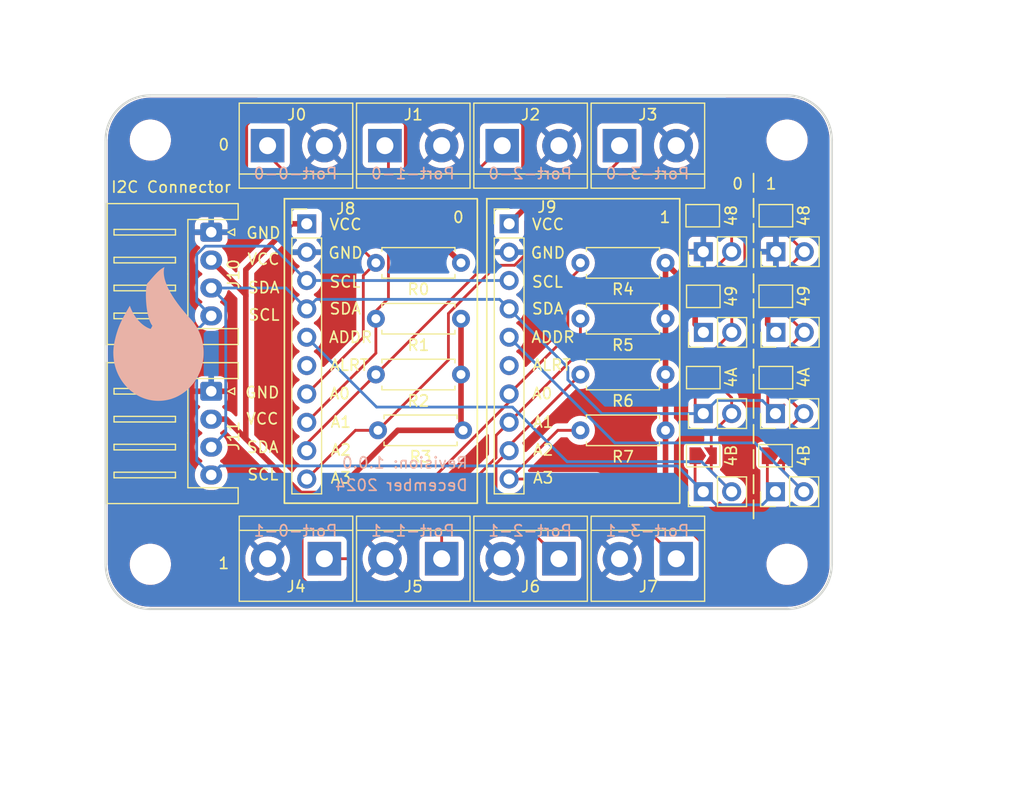
<source format=kicad_pcb>
(kicad_pcb (version 20240108) (generator "pcbnew") (generator_version "8.0")
  (layers (0 "F.Cu" signal) (31 "B.Cu" signal) (34 "B.Paste" user) (35 "F.Paste" user) (36 "B.SilkS" user "B.Silkscreen") (37 "F.SilkS" user "F.Silkscreen") (38 "B.Mask" user) (39 "F.Mask" user) (44 "Edge.Cuts" user))
  (net 0 "")
  (net 1 "A0-0")
  (net 2 "GND")
  (net 3 "A1-0")
  (net 4 "A2-0")
  (net 5 "A3-0")
  (net 6 "VCC")
  (net 7 "SDA")
  (net 8 "SCL")
  (net 9 "A0-1")
  (net 10 "A1-1")
  (net 11 "A2-1")
  (net 12 "A3-1")
  (net 13 "ALERT-0")
  (net 14 "ADDR-0")
  (net 15 "ADDR-1")
  (net 16 "ALERT-1")
  (footprint "TerminalBlock:TerminalBlock_bornier-2_P5.08mm" (layer "F.Cu") (at 60.08 71.5 180)
    (property "Reference" "J5")
    (property "Value" "Port-1-1")
  )
  (footprint "Jumper:SolderJumper-2_P1.3mm_Open_TrianglePad1.0x1.5mm" (layer "F.Cu") (at 89.99 47.991729)
    (property "Reference" "JP13" (hide yes))
    (property "Value" "49" (hide yes))
  )
  (footprint "MountingHole:MountingHole_3.2mm_M3" (layer "F.Cu") (at 91 72)
    (property "Reference" "H3" (hide yes))
    (property "Value" "MountingHole" (hide yes))
  )
  (footprint "TerminalBlock:TerminalBlock_bornier-2_P5.08mm" (layer "F.Cu") (at 49.58 71.5 180)
    (property "Reference" "J4")
    (property "Value" "Port-0-1")
  )
  (footprint "Connector_JST:JST_XH_S4B-XH-A_1x04_P2.50mm_Horizontal" (layer "F.Cu") (at 39.45 42.25 -90)
    (property "Reference" "J10")
    (property "Value" "I2C Connector")
  )
  (footprint "Connector_PinHeader_2.54mm:PinHeader_1x10_P2.54mm_Vertical" (layer "F.Cu") (at 48 41.5)
    (property "Reference" "J8")
    (property "Value" "ADC1115 Module" (hide yes))
  )
  (footprint "Resistor_THT:R_Axial_DIN0207_L6.3mm_D2.5mm_P7.62mm_Horizontal" (layer "F.Cu") (at 61.81 45 180)
    (property "Reference" "R0")
    (property "Value" "1k/10k" (hide yes))
  )
  (footprint "TerminalBlock:TerminalBlock_bornier-2_P5.08mm" (layer "F.Cu") (at 76 34.5)
    (property "Reference" "J3")
    (property "Value" "Port-3-0")
  )
  (footprint "Jumper:SolderJumper-2_P1.3mm_Open_TrianglePad1.0x1.5mm" (layer "F.Cu") (at 83.45 40.775)
    (property "Reference" "JP8" (hide yes))
    (property "Value" "48" (hide yes))
  )
  (footprint "TerminalBlock:TerminalBlock_bornier-2_P5.08mm" (layer "F.Cu") (at 44.496 34.5)
    (property "Reference" "J0")
    (property "Value" "Port-0-0")
  )
  (footprint "Connector_PinHeader_2.54mm:PinHeader_1x02_P2.54mm_Vertical" (layer "F.Cu") (at 89.96 65.5 90)
    (property "Reference" "JP7" (hide yes))
    (property "Value" "4B")
  )
  (footprint "Connector_PinHeader_2.54mm:PinHeader_1x02_P2.54mm_Vertical" (layer "F.Cu") (at 83.51 51.225 90)
    (property "Reference" "JP1" (hide yes))
    (property "Value" "49")
  )
  (footprint "Connector_PinHeader_2.54mm:PinHeader_1x02_P2.54mm_Vertical" (layer "F.Cu") (at 89.96 58.5 90)
    (property "Reference" "JP6" (hide yes))
    (property "Value" "4A")
  )
  (footprint "MountingHole:MountingHole_3.2mm_M3" (layer "F.Cu") (at 34 34)
    (property "Reference" "H0" (hide yes))
    (property "Value" "MountingHole" (hide yes))
  )
  (footprint "Connector_PinHeader_2.54mm:PinHeader_1x02_P2.54mm_Vertical" (layer "F.Cu") (at 90 51.216729 90)
    (property "Reference" "JP5" (hide yes))
    (property "Value" "49")
  )
  (footprint "MountingHole:MountingHole_3.2mm_M3" (layer "F.Cu") (at 34 72)
    (property "Reference" "H2" (hide yes))
    (property "Value" "MountingHole" (hide yes))
  )
  (footprint "Jumper:SolderJumper-2_P1.3mm_Open_TrianglePad1.0x1.5mm" (layer "F.Cu") (at 83.5 55.275)
    (property "Reference" "JP10" (hide yes))
    (property "Value" "4A")
  )
  (footprint "Connector_PinHeader_2.54mm:PinHeader_1x02_P2.54mm_Vertical" (layer "F.Cu") (at 83.5 65.5 90)
    (property "Reference" "JP3" (hide yes))
    (property "Value" "4B")
  )
  (footprint "Resistor_THT:R_Axial_DIN0207_L6.3mm_D2.5mm_P7.62mm_Horizontal" (layer "F.Cu") (at 80.12 55 180)
    (property "Reference" "R6")
    (property "Value" "1k/10k" (hide yes))
  )
  (footprint "Connector_PinHeader_2.54mm:PinHeader_1x10_P2.54mm_Vertical" (layer "F.Cu") (at 66.119964 41.5)
    (property "Reference" "J9")
    (property "Value" "ADC1115 Module")
  )
  (footprint "Jumper:SolderJumper-2_P1.3mm_Open_TrianglePad1.0x1.5mm" (layer "F.Cu") (at 83.5 48)
    (property "Reference" "JP9" (hide yes))
    (property "Value" "49" (hide yes))
  )
  (footprint "TerminalBlock:TerminalBlock_bornier-2_P5.08mm" (layer "F.Cu") (at 81.08 71.5 180)
    (property "Reference" "J7")
    (property "Value" "Port-3-1")
  )
  (footprint "TerminalBlock:TerminalBlock_bornier-2_P5.08mm" (layer "F.Cu") (at 65.5 34.5)
    (property "Reference" "J2")
    (property "Value" "Port-2-0")
  )
  (footprint "Jumper:SolderJumper-2_P1.3mm_Open_TrianglePad1.0x1.5mm" (layer "F.Cu") (at 83.49 62.275)
    (property "Reference" "JP11" (hide yes))
    (property "Value" "4B" (hide yes))
  )
  (footprint "Jumper:SolderJumper-2_P1.3mm_Open_TrianglePad1.0x1.5mm" (layer "F.Cu") (at 90 55.275)
    (property "Reference" "JP14" (hide yes))
    (property "Value" "4A" (hide yes))
  )
  (footprint "Resistor_THT:R_Axial_DIN0207_L6.3mm_D2.5mm_P7.62mm_Horizontal" (layer "F.Cu") (at 61.81 55 180)
    (property "Reference" "R2")
    (property "Value" "1k/10k" (hide yes))
  )
  (footprint "Connector_PinHeader_2.54mm:PinHeader_1x02_P2.54mm_Vertical" (layer "F.Cu") (at 83.5 58.5 90)
    (property "Reference" "JP2" (hide yes))
    (property "Value" "4A" (hide yes))
  )
  (footprint "Connector_JST:JST_XH_S4B-XH-A_1x04_P2.50mm_Horizontal" (layer "F.Cu") (at 39.45 56.5 -90)
    (property "Reference" "J11")
    (property "Value" "I2C Connector" (hide yes))
  )
  (footprint "Jumper:SolderJumper-2_P1.3mm_Open_TrianglePad1.0x1.5mm" (layer "F.Cu") (at 90 40.775)
    (property "Reference" "JP12" (hide yes))
    (property "Value" "48" (hide yes))
  )
  (footprint "Resistor_THT:R_Axial_DIN0207_L6.3mm_D2.5mm_P7.62mm_Horizontal" (layer "F.Cu") (at 80.12 60 180)
    (property "Reference" "R7")
    (property "Value" "1k/10k" (hide yes))
  )
  (footprint "Resistor_THT:R_Axial_DIN0207_L6.3mm_D2.5mm_P7.62mm_Horizontal" (layer "F.Cu") (at 61.81 50 180)
    (property "Reference" "R1")
    (property "Value" "1k/10k" (hide yes))
  )
  (footprint "Connector_PinHeader_2.54mm:PinHeader_1x02_P2.54mm_Vertical" (layer "F.Cu") (at 90 44 90)
    (property "Reference" "JP4" (hide yes))
    (property "Value" "48")
  )
  (footprint "Resistor_THT:R_Axial_DIN0207_L6.3mm_D2.5mm_P7.62mm_Horizontal" (layer "F.Cu") (at 80.12 45 180)
    (property "Reference" "R4")
    (property "Value" "1k/10k" (hide yes))
  )
  (footprint "MountingHole:MountingHole_3.2mm_M3" (layer "F.Cu") (at 91 34)
    (property "Reference" "H1" (hide yes))
    (property "Value" "MountingHole" (hide yes))
  )
  (footprint "Connector_PinHeader_2.54mm:PinHeader_1x02_P2.54mm_Vertical" (layer "F.Cu") (at 83.5 44 90)
    (property "Reference" "JP0" (hide yes))
    (property "Value" "48")
  )
  (footprint "TerminalBlock:TerminalBlock_bornier-2_P5.08mm" (layer "F.Cu") (at 55 34.5)
    (property "Reference" "J1")
    (property "Value" "Port-1-0")
  )
  (footprint "TerminalBlock:TerminalBlock_bornier-2_P5.08mm" (layer "F.Cu") (at 70.58 71.5 180)
    (property "Reference" "J6")
    (property "Value" "Port-2-1")
  )
  (footprint "Resistor_THT:R_Axial_DIN0207_L6.3mm_D2.5mm_P7.62mm_Horizontal" (layer "F.Cu") (at 62 60 180)
    (property "Reference" "R3")
    (property "Value" "1k/10k" (hide yes))
  )
  (footprint "Resistor_THT:R_Axial_DIN0207_L6.3mm_D2.5mm_P7.62mm_Horizontal" (layer "F.Cu") (at 80.12 50 180)
    (property "Reference" "R5")
    (property "Value" "1k/10k" (hide yes))
  )
  (footprint "Jumper:SolderJumper-2_P1.3mm_Open_TrianglePad1.0x1.5mm" (layer "F.Cu") (at 89.96 62.275)
    (property "Reference" "JP15" (hide yes))
    (property "Value" "4B" (hide yes))
  )
  (gr_poly (pts (xy 35.210849 45.399839) (xy 35.159339 45.426975) (xy 35.057849 45.487546) (xy 34.958185 45.555955) (xy 34.860091 45.631538) (xy 34.76331 45.713627) (xy 34.667587 45.801556) (xy 34.572665 45.894657) (xy 34.478288 45.992264) (xy 34.384199 46.09371) (xy 34.290142 46.198328) (xy 34.101097 46.414414) (xy 33.909104 46.635187) (xy 33.712112 46.855314) (xy 33.673407 46.985719) (xy 33.642644 47.15873) (xy 33.62017 47.368337) (xy 33.606328 47.608532) (xy 33.601464 47.873306) (xy 33.605923 48.15665) (xy 33.620049 48.452555) (xy 33.644188 48.755013) (xy 33.678683 49.058014) (xy 33.72388 49.355551) (xy 33.780124 49.641613) (xy 33.84776 49.910193) (xy 33.927132 50.155282) (xy 34.018585 50.37087) (xy 34.06895 50.465724) (xy 34.122464 50.55095) (xy 34.179171 50.625796) (xy 34.239114 50.689512) (xy 34.288553 50.740397) (xy 34.32381 50.786165) (xy 34.345567 50.826624) (xy 34.354504 50.861585) (xy 34.3513 50.890856) (xy 34.336638 50.914249) (xy 34.311197 50.931571) (xy 34.275657 50.942634) (xy 34.2307 50.947246) (xy 34.177005 50.945218) (xy 34.115254 50.936359) (xy 34.046126 50.920478) (xy 33.970303 50.897386) (xy 33.888464 50.866892) (xy 33.801291 50.828806) (xy 33.709463 50.782938) (xy 33.613661 50.729096) (xy 33.514566 50.667092) (xy 33.412858 50.596733) (xy 33.309218 50.517831) (xy 33.204326 50.430195) (xy 33.098863 50.333635) (xy 32.993508 50.227959) (xy 32.888944 50.112979) (xy 32.785849 49.988503) (xy 32.684905 49.854341) (xy 32.586792 49.710303) (xy 32.492191 49.556199) (xy 32.401782 49.391838) (xy 32.316245 49.21703) (xy 32.236262 49.031585) (xy 32.162512 48.835312) (xy 31.847443 49.381601) (xy 31.698667 49.647437) (xy 31.557162 49.911313) (xy 31.424 50.175415) (xy 31.300256 50.441925) (xy 31.24225 50.576767) (xy 31.187002 50.71303) (xy 31.134644 50.850987) (xy 31.085312 50.990912) (xy 30.994909 51.270898) (xy 30.915101 51.546372) (xy 30.846335 51.816385) (xy 30.789064 52.079988) (xy 30.743736 52.336231) (xy 30.710801 52.584166) (xy 30.699123 52.704721) (xy 30.690711 52.822843) (xy 30.685623 52.938413) (xy 30.683914 53.051313) (xy 30.689177 53.273054) (xy 30.704795 53.491884) (xy 30.730516 53.707532) (xy 30.766084 53.919728) (xy 30.811246 54.128201) (xy 30.865747 54.332679) (xy 30.929334 54.532894) (xy 31.001751 54.728572) (xy 31.082746 54.919445) (xy 31.172063 55.10524) (xy 31.269449 55.285688) (xy 31.37465 55.460518) (xy 31.487411 55.629458) (xy 31.607478 55.792239) (xy 31.734597 55.948589) (xy 31.868514 56.098238) (xy 32.008975 56.240914) (xy 32.155725 56.376348) (xy 32.308511 56.504268) (xy 32.467078 56.624404) (xy 32.631172 56.736485) (xy 32.80054 56.84024) (xy 32.974926 56.935399) (xy 33.154077 57.021691) (xy 33.337738 57.098844) (xy 33.525656 57.166589) (xy 33.717576 57.224654) (xy 33.913244 57.272769) (xy 34.112406 57.310663) (xy 34.314808 57.338066) (xy 34.520195 57.354706) (xy 34.728314 57.360312) (xy 34.936433 57.354706) (xy 35.14182 57.338066) (xy 35.344222 57.310663) (xy 35.543384 57.272769) (xy 35.739052 57.224654) (xy 35.930972 57.166589) (xy 36.11889 57.098844) (xy 36.302551 57.021691) (xy 36.481702 56.935399) (xy 36.656088 56.84024) (xy 36.825455 56.736485) (xy 36.989549 56.624404) (xy 37.148116 56.504268) (xy 37.300902 56.376348) (xy 37.447652 56.240914) (xy 37.588113 56.098238) (xy 37.72203 55.948589) (xy 37.849149 55.792239) (xy 37.969216 55.629458) (xy 38.081977 55.460518) (xy 38.187177 55.285688) (xy 38.284563 55.10524) (xy 38.373881 54.919445) (xy 38.454875 54.728572) (xy 38.527293 54.532894) (xy 38.590879 54.332679) (xy 38.64538 54.128201) (xy 38.690542 53.919728) (xy 38.72611 53.707532) (xy 38.751831 53.491884) (xy 38.76745 53.273054) (xy 38.772712 53.051313) (xy 38.767449 52.82959) (xy 38.751827 52.610777) (xy 38.726102 52.395144) (xy 38.690528 52.182963) (xy 38.64536 51.974503) (xy 38.590853 51.770036) (xy 38.52726 51.569833) (xy 38.454838 51.374163) (xy 38.373839 51.183298) (xy 38.284519 50.997509) (xy 38.187133 50.817065) (xy 38.081935 50.642239) (xy 37.969179 50.4733) (xy 37.84912 50.310519) (xy 37.722014 50.154167) (xy 37.588113 50.004514) (xy 37.26032 49.644181) (xy 36.855126 49.166389) (xy 36.637256 48.89205) (xy 36.416538 48.598671) (xy 36.198474 48.289695) (xy 35.988563 47.968563) (xy 35.792307 47.638717) (xy 35.615207 47.303599) (xy 35.535559 47.135138) (xy 35.462762 46.96665) (xy 35.397505 46.798565) (xy 35.340475 46.631313) (xy 35.292359 46.465324) (xy 35.253846 46.301028) (xy 35.225622 46.138857) (xy 35.208375 45.979239) (xy 35.202793 45.822605) (xy 35.209563 45.669386) (xy 35.229374 45.520012) (xy 35.262912 45.374912)) (fill solid) (layer "B.SilkS"))
  (gr_poly (pts (xy 34.371517 49.654454) (xy 34.385694 49.750545) (xy 34.390538 49.849108) (xy 34.38654 49.949867) (xy 34.374192 50.052545) (xy 34.353987 50.156865) (xy 34.326416 50.262551) (xy 34.291971 50.369325) (xy 34.251146 50.476912) (xy 34.204432 50.585034) (xy 34.15232 50.693414) (xy 34.095305 50.801777) (xy 33.968527 51.017341) (xy 33.828037 51.229513) (xy 33.677771 51.436078) (xy 33.521666 51.634824) (xy 33.363661 51.823535) (xy 33.20769 52) (xy 33.057693 52.162003) (xy 32.917607 52.307332) (xy 32.682913 52.539112) (xy 32.58707 52.635341) (xy 32.496087 52.735885) (xy 32.410148 52.84057) (xy 32.329434 52.949221) (xy 32.254129 53.061664) (xy 32.184414 53.177722) (xy 32.120473 53.297221) (xy 32.062487 53.419987) (xy 32.01064 53.545844) (xy 31.965113 53.674618) (xy 31.92609 53.806133) (xy 31.893753 53.940215) (xy 31.868284 54.076689) (xy 31.849865 54.21538) (xy 31.838681 54.356113) (xy 31.834912 54.498713) (xy 31.838679 54.641347) (xy 31.849859 54.782107) (xy 31.86827 54.920821) (xy 31.893731 55.057312) (xy 31.926059 55.191408) (xy 31.965072 55.322935) (xy 32.010589 55.451717) (xy 32.062428 55.577582) (xy 32.120406 55.700355) (xy 32.184342 55.819861) (xy 32.254054 55.935928) (xy 32.32936 56.04838) (xy 32.410078 56.157043) (xy 32.496027 56.261745) (xy 32.587024 56.362309) (xy 32.682887 56.458563) (xy 32.783435 56.550333) (xy 32.888486 56.637443) (xy 32.997857 56.71972) (xy 33.111368 56.796991) (xy 33.228835 56.86908) (xy 33.350078 56.935814) (xy 33.474913 56.997018) (xy 33.60316 57.052519) (xy 33.734636 57.102143) (xy 33.86916 57.145715) (xy 34.00655 57.183061) (xy 34.146623 57.214008) (xy 34.289198 57.23838) (xy 34.434093 57.256004) (xy 34.581125 57.266707) (xy 34.730114 57.270313) (xy 34.879085 57.266707) (xy 35.0261 57.256004) (xy 35.170979 57.23838) (xy 35.313539 57.214008) (xy 35.453598 57.183061) (xy 35.590974 57.145715) (xy 35.725486 57.102143) (xy 35.856951 57.052519) (xy 35.985187 56.997018) (xy 36.110013 56.935814) (xy 36.231247 56.86908) (xy 36.348707 56.796991) (xy 36.46221 56.71972) (xy 36.571575 56.637443) (xy 36.67662 56.550333) (xy 36.777163 56.458563) (xy 36.873022 56.362309) (xy 36.964015 56.261745) (xy 37.04996 56.157043) (xy 37.130675 56.04838) (xy 37.205979 55.935928) (xy 37.275689 55.819861) (xy 37.339623 55.700355) (xy 37.3976 55.577582) (xy 37.449438 55.451717) (xy 37.494954 55.322935) (xy 37.533966 55.191408) (xy 37.566294 55.057312) (xy 37.591754 54.920821) (xy 37.610165 54.782107) (xy 37.621346 54.641347) (xy 37.625113 54.498713) (xy 37.623891 54.426093) (xy 37.620253 54.351758) (xy 37.614239 54.275784) (xy 37.605888 54.198248) (xy 37.595239 54.119224) (xy 37.582334 54.038789) (xy 37.567212 53.957019) (xy 37.549912 53.873989) (xy 37.50894 53.704454) (xy 37.459737 53.530792) (xy 37.402621 53.35361) (xy 37.337912 53.173514) (xy 37.302596 53.083496) (xy 37.265113 52.99475) (xy 37.225558 52.907099) (xy 37.184029 52.820367) (xy 37.140621 52.734376) (xy 37.09543 52.64895) (xy 37.000089 52.479088) (xy 36.898775 52.309367) (xy 36.792261 52.138373) (xy 36.566714 51.786915) (xy 36.513938 51.91316) (xy 36.456699 52.032442) (xy 36.395482 52.144883) (xy 36.330776 52.250604) (xy 36.263068 52.349728) (xy 36.192844 52.442378) (xy 36.120593 52.528676) (xy 36.046801 52.608745) (xy 35.971955 52.682706) (xy 35.896543 52.750683) (xy 35.821052 52.812797) (xy 35.745969 52.86917) (xy 35.671782 52.919927) (xy 35.598977 52.965188) (xy 35.528042 53.005076) (xy 35.459463 53.039713) (xy 35.393729 53.069223) (xy 35.331326 53.093727) (xy 35.272742 53.113347) (xy 35.218463 53.128206) (xy 35.168978 53.138427) (xy 35.124772 53.144132) (xy 35.086334 53.145443) (xy 35.054151 53.142482) (xy 35.028709 53.135372) (xy 35.010497 53.124236) (xy 35 53.109195) (xy 34.997707 53.090373) (xy 35.004105 53.067891) (xy 35.01968 53.041872) (xy 35.04492 53.012438) (xy 35.080313 52.979712) (xy 35.123225 52.938716) (xy 35.16382 52.890563) (xy 35.202128 52.835734) (xy 35.23818 52.774714) (xy 35.272008 52.707986) (xy 35.303642 52.636031) (xy 35.360453 52.478378) (xy 35.408861 52.305618) (xy 35.449112 52.121615) (xy 35.481455 51.930233) (xy 35.506138 51.735337) (xy 35.523407 51.54079) (xy 35.53351 51.350456) (xy 35.536695 51.168199) (xy 35.53321 50.997884) (xy 35.523301 50.843373) (xy 35.507217 50.708532) (xy 35.485205 50.597224) (xy 35.457513 50.513312) (xy 35.316475 50.371778) (xy 35.179029 50.229812) (xy 35.043707 50.090846) (xy 34.976383 50.023561) (xy 34.909038 49.958312) (xy 34.84149 49.895529) (xy 34.773554 49.83564) (xy 34.705047 49.779075) (xy 34.635785 49.726262) (xy 34.565584 49.67763) (xy 34.494261 49.633609) (xy 34.421632 49.594626) (xy 34.38477 49.577159) (xy 34.347513 49.561112)) (fill solid) (layer "B.SilkS"))
  (gr_poly (pts (xy 34.484448 54.892842) (xy 34.264717 54.909065) (xy 34.052635 54.935446) (xy 33.849314 54.971447) (xy 33.655866 55.01653) (xy 33.473404 55.070156) (xy 33.30304 55.131787) (xy 33.145886 55.200886) (xy 33.003055 55.276913) (xy 32.875659 55.359332) (xy 32.764811 55.447603) (xy 32.671622 55.541188) (xy 32.631998 55.589806) (xy 32.597206 55.63955) (xy 32.567385 55.690354) (xy 32.542674 55.742151) (xy 32.523213 55.794872) (xy 32.509139 55.848451) (xy 32.500594 55.902821) (xy 32.497714 55.957914) (xy 32.500594 56.013007) (xy 32.509139 56.067376) (xy 32.523213 56.120955) (xy 32.542674 56.173677) (xy 32.567385 56.225473) (xy 32.597206 56.276277) (xy 32.631998 56.326021) (xy 32.671622 56.374639) (xy 32.71594 56.422062) (xy 32.764811 56.468225) (xy 32.818097 56.513058) (xy 32.875659 56.556496) (xy 32.937358 56.59847) (xy 33.003055 56.638914) (xy 33.072611 56.67776) (xy 33.145886 56.714941) (xy 33.222742 56.75039) (xy 33.30304 56.78404) (xy 33.38664 56.815823) (xy 33.473404 56.845671) (xy 33.563193 56.873519) (xy 33.655866 56.899297) (xy 33.751287 56.92294) (xy 33.849314 56.94438) (xy 33.94981 56.963549) (xy 34.052635 56.980381) (xy 34.157651 56.994808) (xy 34.264717 57.006762) (xy 34.373696 57.016177) (xy 34.484448 57.022986) (xy 34.596834 57.02712) (xy 34.710714 57.028513) (xy 34.936981 57.022986) (xy 35.156712 57.006762) (xy 35.368794 56.980381) (xy 35.572115 56.94438) (xy 35.765562 56.899297) (xy 35.948025 56.845671) (xy 36.118389 56.78404) (xy 36.275543 56.714941) (xy 36.418374 56.638914) (xy 36.54577 56.556496) (xy 36.656618 56.468225) (xy 36.749807 56.374639) (xy 36.789431 56.326021) (xy 36.824223 56.276277) (xy 36.854044 56.225473) (xy 36.878755 56.173677) (xy 36.898216 56.120955) (xy 36.912289 56.067376) (xy 36.920835 56.013007) (xy 36.923715 55.957914) (xy 36.920835 55.902821) (xy 36.912289 55.848451) (xy 36.898216 55.794872) (xy 36.878755 55.742151) (xy 36.854044 55.690354) (xy 36.824223 55.63955) (xy 36.789431 55.589806) (xy 36.749807 55.541188) (xy 36.705489 55.493765) (xy 36.656618 55.447603) (xy 36.603332 55.402769) (xy 36.54577 55.359332) (xy 36.48407 55.317357) (xy 36.418374 55.276913) (xy 36.348818 55.238067) (xy 36.275543 55.200886) (xy 36.198687 55.165437) (xy 36.118389 55.131787) (xy 36.034788 55.100005) (xy 35.948025 55.070156) (xy 35.858236 55.042309) (xy 35.765562 55.01653) (xy 35.670142 54.992887) (xy 35.572115 54.971447) (xy 35.471619 54.952278) (xy 35.368794 54.935446) (xy 35.263778 54.92102) (xy 35.156712 54.909065) (xy 35.047733 54.89965) (xy 34.936981 54.892842) (xy 34.824595 54.888707) (xy 34.710714 54.887314)) (stroke (width 0) (color 255 255 255 1)) (fill solid) (layer "B.SilkS"))
  (gr_rect (start 64.119964 39.25201) (end 81.391964 66.52401) (stroke (width 0.15)) (fill none) (layer "F.SilkS"))
  (gr_line (start 88 37) (end 88 68) (stroke (width 0.15) (type dash)) (layer "F.SilkS"))
  (gr_rect (start 46 39.256) (end 63.272 66.528) (stroke (width 0.15)) (fill none) (layer "F.SilkS"))
  (gr_arc (start 95 72) (mid 93.828427 74.828427) (end 91 76) (stroke (width 0.2)) (layer "Edge.Cuts"))
  (gr_line (start 30 72) (end 30 34) (stroke (width 0.2)) (layer "Edge.Cuts"))
  (gr_line (start 91 76) (end 34 76) (stroke (width 0.2)) (layer "Edge.Cuts"))
  (gr_line (start 34 30) (end 91 30) (stroke (width 0.2)) (layer "Edge.Cuts"))
  (gr_arc (start 34 76) (mid 31.171573 74.828427) (end 30 72) (stroke (width 0.2)) (layer "Edge.Cuts"))
  (gr_arc (start 30 34) (mid 31.171573 31.171573) (end 34 30) (stroke (width 0.2)) (layer "Edge.Cuts"))
  (gr_line (start 95 34) (end 95 72) (stroke (width 0.2)) (layer "Edge.Cuts"))
  (gr_arc (start 91 30) (mid 93.828427 31.171573) (end 95 34) (stroke (width 0.2)) (layer "Edge.Cuts"))
  (gr_text "December 2024" (at 62.5 65.5 0) (layer "B.SilkS") (effects (font (size 1 1)) (justify left bottom mirror)))
  (gr_text "Revision: 1.0.0" (at 62.5 63.5 0) (layer "B.SilkS") (effects (font (size 1 1)) (justify left bottom mirror)))
  (gr_text "A2" (at 68.169964 62.33801 0) (layer "F.SilkS") (effects (font (size 1 1)) (justify left bottom)))
  (gr_text "ALRT" (at 50 54.742 0) (layer "F.SilkS") (effects (font (size 1 1)) (justify left bottom)))
  (gr_text "A0" (at 68.069964 57.28801 0) (layer "F.SilkS") (effects (font (size 1 1)) (justify left bottom)))
  (gr_text "GND" (at 42.4 57.2 0) (layer "F.SilkS") (effects (font (size 1 1)) (justify left bottom)))
  (gr_text "SDA" (at 42.65 47.8 0) (layer "F.SilkS") (effects (font (size 1 1)) (justify left bottom)))
  (gr_text "GND" (at 42.5 42.9 0) (layer "F.SilkS") (effects (font (size 1 1)) (justify left bottom)))
  (gr_text "1" (at 79.5 41.5 0) (layer "F.SilkS") (effects (font (size 1 1)) (justify left bottom)))
  (gr_text "GND" (at 67.969964 44.68801 0) (layer "F.SilkS") (effects (font (size 1 1)) (justify left bottom)))
  (gr_text "ADDR" (at 49.9 52.242 0) (layer "F.SilkS") (effects (font (size 1 1)) (justify left bottom)))
  (gr_text "SCL" (at 42.7 50.25 0) (layer "F.SilkS") (effects (font (size 1 1)) (justify left bottom)))
  (gr_text "1" (at 40 72.5 0) (layer "F.SilkS") (effects (font (size 1 1)) (justify left bottom)))
  (gr_text "VCC" (at 49.95 42.142 0) (layer "F.SilkS") (effects (font (size 1 1)) (justify left bottom)))
  (gr_text "SCL" (at 68.069964 47.28801 0) (layer "F.SilkS") (effects (font (size 1 1)) (justify left bottom)))
  (gr_text "VCC" (at 68.069964 42.13801 0) (layer "F.SilkS") (effects (font (size 1 1)) (justify left bottom)))
  (gr_text "0" (at 40 35 0) (layer "F.SilkS") (effects (font (size 1 1)) (justify left bottom)))
  (gr_text "A3" (at 50.05 64.842 0) (layer "F.SilkS") (effects (font (size 1 1)) (justify left bottom)))
  (gr_text "SCL" (at 42.6 64.55 0) (layer "F.SilkS") (effects (font (size 1 1)) (justify left bottom)))
  (gr_text "SDA" (at 49.95 49.692 0) (layer "F.SilkS") (effects (font (size 1 1)) (justify left bottom)))
  (gr_text "SDA" (at 42.55 62.1 0) (layer "F.SilkS") (effects (font (size 1 1)) (justify left bottom)))
  (gr_text "SDA" (at 68.069964 49.68801 0) (layer "F.SilkS") (effects (font (size 1 1)) (justify left bottom)))
  (gr_text "0" (at 86 38.5 0) (layer "F.SilkS") (effects (font (size 1 1)) (justify left bottom)))
  (gr_text "1" (at 89 38.5 0) (layer "F.SilkS") (effects (font (size 1 1)) (justify left bottom)))
  (gr_text "ALRT" (at 68.119964 54.73801 0) (layer "F.SilkS") (effects (font (size 1 1)) (justify left bottom)))
  (gr_text "A2" (at 50.05 62.342 0) (layer "F.SilkS") (effects (font (size 1 1)) (justify left bottom)))
  (gr_text "0" (at 61 41.5 0) (layer "F.SilkS") (effects (font (size 1 1)) (justify left bottom)))
  (gr_text "A0" (at 49.95 57.292 0) (layer "F.SilkS") (effects (font (size 1 1)) (justify left bottom)))
  (gr_text "SCL" (at 49.95 47.292 0) (layer "F.SilkS") (effects (font (size 1 1)) (justify left bottom)))
  (gr_text "ADDR" (at 68.019964 52.23801 0) (layer "F.SilkS") (effects (font (size 1 1)) (justify left bottom)))
  (gr_text "A3" (at 68.169964 64.83801 0) (layer "F.SilkS") (effects (font (size 1 1)) (justify left bottom)))
  (gr_text "A1" (at 50.05 59.842 0) (layer "F.SilkS") (effects (font (size 1 1)) (justify left bottom)))
  (gr_text "VCC" (at 42.5 59.55 0) (layer "F.SilkS") (effects (font (size 1 1)) (justify left bottom)))
  (gr_text "A1" (at 68.169964 59.83801 0) (layer "F.SilkS") (effects (font (size 1 1)) (justify left bottom)))
  (gr_text "GND" (at 49.85 44.692 0) (layer "F.SilkS") (effects (font (size 1 1)) (justify left bottom)))
  (gr_text "VCC" (at 42.6 45.25 0) (layer "F.SilkS") (effects (font (size 1 1)) (justify left bottom)))
  (segment (start 53.065 46.125) (end 53.065 51.675) (width 0.25) (layer "F.Cu") (net 1))
  (segment (start 53.065 51.675) (end 48 56.74) (width 0.25) (layer "F.Cu") (net 1))
  (segment (start 44.496 35.306) (end 44.496 34.5) (width 0.25) (layer "F.Cu") (net 1))
  (segment (start 54.19 45) (end 53.065 46.125) (width 0.25) (layer "F.Cu") (net 1))
  (segment (start 54.19 45) (end 44.496 35.306) (width 0.25) (layer "F.Cu") (net 1))
  (segment (start 54.19 53.09) (end 48 59.28) (width 0.25) (layer "F.Cu") (net 3))
  (segment (start 55.315 34.815) (end 55 34.5) (width 0.25) (layer "F.Cu") (net 3))
  (segment (start 55.315 48.185) (end 55.315 34.815) (width 0.25) (layer "F.Cu") (net 3))
  (segment (start 54.19 50) (end 54.19 53.09) (width 0.25) (layer "F.Cu") (net 3))
  (segment (start 54.19 49.31) (end 55.315 48.185) (width 0.25) (layer "F.Cu") (net 3))
  (segment (start 54.19 50) (end 54.19 49.31) (width 0.25) (layer "F.Cu") (net 3))
  (segment (start 63.5 36.5) (end 65.5 34.5) (width 0.25) (layer "F.Cu") (net 4))
  (segment (start 53.595 55.595) (end 48 61.19) (width 0.25) (layer "F.Cu") (net 4))
  (segment (start 48 61.19) (end 48 61.82) (width 0.25) (layer "F.Cu") (net 4))
  (segment (start 54.19 55) (end 53.595 55.595) (width 0.25) (layer "F.Cu") (net 4))
  (segment (start 63.5 45.69) (end 63.5 36.5) (width 0.25) (layer "F.Cu") (net 4))
  (segment (start 53.595 55.595) (end 63.5 45.69) (width 0.25) (layer "F.Cu") (net 4))
  (segment (start 60.685 53.695) (end 60.685 49.534009) (width 0.25) (layer "F.Cu") (net 5))
  (segment (start 66.606665 45.215) (end 76 35.821665) (width 0.25) (layer "F.Cu") (net 5))
  (segment (start 65.004009 45.215) (end 66.606665 45.215) (width 0.25) (layer "F.Cu") (net 5))
  (segment (start 60.685 49.534009) (end 65.004009 45.215) (width 0.25) (layer "F.Cu") (net 5))
  (segment (start 76 35.821665) (end 76 34.5) (width 0.25) (layer "F.Cu") (net 5))
  (segment (start 54.38 60) (end 52.36 60) (width 0.25) (layer "F.Cu") (net 5))
  (segment (start 54.38 60) (end 60.685 53.695) (width 0.25) (layer "F.Cu") (net 5))
  (segment (start 52.36 60) (end 48 64.36) (width 0.25) (layer "F.Cu") (net 5))
  (segment (start 66.119964 41.5) (end 67.45 40.169964) (width 0.5) (layer "F.Cu") (net 6))
  (segment (start 80.12 45) (end 80.12 66.64) (width 0.5) (layer "F.Cu") (net 6))
  (segment (start 42.5 37.35) (end 46.65 41.5) (width 0.5) (layer "F.Cu") (net 6))
  (segment (start 82.775 47.655) (end 80.12 45) (width 0.5) (layer "F.Cu") (net 6))
  (segment (start 42.546 45.604) (end 46.65 41.5) (width 0.5) (layer "F.Cu") (net 6))
  (segment (start 48.68 74.5) (end 47.461522 73.281522) (width 0.5) (layer "F.Cu") (net 6))
  (segment (start 89.265 50.481729) (end 90 51.216729) (width 0.5) (layer "F.Cu") (net 6))
  (segment (start 87.34 46.066729) (end 87.34 33.34) (width 0.5) (layer "F.Cu") (net 6))
  (segment (start 67.45 32.55) (end 65.45 30.55) (width 0.5) (layer "F.Cu") (net 6))
  (segment (start 41.1 46.4) (end 39.45 44.75) (width 0.5) (layer "F.Cu") (net 6))
  (segment (start 61.81 45) (end 56.95 40.14) (width 0.5) (layer "F.Cu") (net 6))
  (segment (start 39.45 59) (end 40.801522 59) (width 0.5) (layer "F.Cu") (net 6))
  (segment (start 47.461522 65.66) (end 42.546 60.744478) (width 0.5) (layer "F.Cu") (net 6))
  (segment (start 83.5 70.02) (end 83.5 73.5) (width 0.5) (layer "F.Cu") (net 6))
  (segment (start 61.81 55) (end 61.81 59.81) (width 0.5) (layer "F.Cu") (net 6))
  (segment (start 61.81 50) (end 61.81 55) (width 0.5) (layer "F.Cu") (net 6))
  (segment (start 47.461522 73.281522) (end 47.461522 65.66) (width 0.5) (layer "F.Cu") (net 6))
  (segment (start 46.65 41.5) (end 48 41.5) (width 0.5) (layer "F.Cu") (net 6))
  (segment (start 84.55 30.55) (end 65.45 30.55) (width 0.5) (layer "F.Cu") (net 6))
  (segment (start 44.546 30.55) (end 42.5 32.596) (width 0.5) (layer "F.Cu") (net 6))
  (segment (start 54.95 30.55) (end 44.546 30.55) (width 0.5) (layer "F.Cu") (net 6))
  (segment (start 50.487767 65.66) (end 56.147767 60) (width 0.5) (layer "F.Cu") (net 6))
  (segment (start 42.546 48) (end 42.546 45.604) (width 0.5) (layer "F.Cu") (net 6))
  (segment (start 42.546 60.744478) (end 42.546 48) (width 0.5) (layer "F.Cu") (net 6))
  (segment (start 82.775 50.49) (end 83.51 51.225) (width 0.5) (layer "F.Cu") (net 6))
  (segment (start 42.546 47.846) (end 41.1 46.4) (width 0.5) (layer "F.Cu") (net 6))
  (segment (start 82.775 48) (end 82.775 47.655) (width 0.5) (layer "F.Cu") (net 6))
  (segment (start 67.45 40.169964) (end 67.45 32.55) (width 0.5) (layer "F.Cu") (net 6))
  (segment (start 62 55.19) (end 61.81 55) (width 0.5) (layer "F.Cu") (net 6))
  (segment (start 83.5 73.5) (end 82.5 74.5) (width 0.5) (layer "F.Cu") (net 6))
  (segment (start 65.45 30.55) (end 54.95 30.55) (width 0.5) (layer "F.Cu") (net 6))
  (segment (start 40.801522 59) (end 42.546 60.744478) (width 0.5) (layer "F.Cu") (net 6))
  (segment (start 56.95 32.55) (end 54.95 30.55) (width 0.5) (layer "F.Cu") (net 6))
  (segment (start 89.265 47.991729) (end 89.265 50.481729) (width 0.5) (layer "F.Cu") (net 6))
  (segment (start 80.12 66.64) (end 83.5 70.02) (width 0.5) (layer "F.Cu") (net 6))
  (segment (start 89.265 47.991729) (end 87.34 46.066729) (width 0.5) (layer "F.Cu") (net 6))
  (segment (start 87.34 33.34) (end 84.55 30.55) (width 0.5) (layer "F.Cu") (net 6))
  (segment (start 50.487767 65.66) (end 47.461522 65.66) (width 0.5) (layer "F.Cu") (net 6))
  (segment (start 56.95 40.14) (end 56.95 32.55) (width 0.5) (layer "F.Cu") (net 6))
  (segment (start 61.81 59.81) (end 62 60) (width 0.5) (layer "F.Cu") (net 6))
  (segment (start 42.546 48) (end 42.546 47.846) (width 0.5) (layer "F.Cu") (net 6))
  (segment (start 82.5 74.5) (end 48.68 74.5) (width 0.5) (layer "F.Cu") (net 6))
  (segment (start 82.775 48) (end 82.775 50.49) (width 0.5) (layer "F.Cu") (net 6))
  (segment (start 42.5 32.596) (end 42.5 37.35) (width 0.5) (layer "F.Cu") (net 6))
  (segment (start 56.147767 60) (end 62 60) (width 0.5) (layer "F.Cu") (net 6))
  (segment (start 89.275 55.275) (end 89.275 57.815) (width 0.25) (layer "F.Cu") (net 7))
  (segment (start 89.275 57.815) (end 89.96 58.5) (width 0.25) (layer "F.Cu") (net 7))
  (segment (start 90.735 57.725) (end 89.96 58.5) (width 0.25) (layer "F.Cu") (net 7))
  (segment (start 82.775 57.775) (end 83.5 58.5) (width 0.25) (layer "F.Cu") (net 7))
  (segment (start 82.775 55.275) (end 82.775 57.775) (width 0.25) (layer "F.Cu") (net 7))
  (segment (start 40.75 60.2) (end 40.75 48.55) (width 0.25) (layer "B.Cu") (net 7))
  (segment (start 89.96 58.5) (end 88.785 57.325) (width 0.25) (layer "B.Cu") (net 7))
  (segment (start 48.85 48.27) (end 65.269964 48.27) (width 0.25) (layer "B.Cu") (net 7))
  (segment (start 88.785 57.325) (end 84.675 57.325) (width 0.25) (layer "B.Cu") (net 7))
  (segment (start 48 49.12) (end 48.85 48.27) (width 0.25) (layer "B.Cu") (net 7))
  (segment (start 40.75 48.55) (end 39.45 47.25) (width 0.25) (layer "B.Cu") (net 7))
  (segment (start 39.45 47.25) (end 46.13 47.25) (width 0.25) (layer "B.Cu") (net 7))
  (segment (start 39.45 61.5) (end 40.75 60.2) (width 0.25) (layer "B.Cu") (net 7))
  (segment (start 46.13 47.25) (end 48 49.12) (width 0.25) (layer "B.Cu") (net 7))
  (segment (start 83.5 58.5) (end 83.375 58.625) (width 0.25) (layer "B.Cu") (net 7))
  (segment (start 71.375 54.375036) (end 66.119964 49.12) (width 0.25) (layer "B.Cu") (net 7))
  (segment (start 84.675 57.325) (end 83.5 58.5) (width 0.25) (layer "B.Cu") (net 7))
  (segment (start 71.375 55.465991) (end 71.375 54.375036) (width 0.25) (layer "B.Cu") (net 7))
  (segment (start 74.409009 58.5) (end 71.375 55.465991) (width 0.25) (layer "B.Cu") (net 7))
  (segment (start 83.5 58.5) (end 74.409009 58.5) (width 0.25) (layer "B.Cu") (net 7))
  (segment (start 65.269964 48.27) (end 66.119964 49.12) (width 0.25) (layer "B.Cu") (net 7))
  (segment (start 82.765 64.765) (end 83.5 65.5) (width 0.25) (layer "F.Cu") (net 8))
  (segment (start 90.51 64.95) (end 89.96 65.5) (width 0.25) (layer "F.Cu") (net 8))
  (segment (start 89.235 64.775) (end 89.96 65.5) (width 0.25) (layer "F.Cu") (net 8))
  (segment (start 82.765 62.275) (end 82.765 64.765) (width 0.25) (layer "F.Cu") (net 8))
  (segment (start 89.235 62.275) (end 89.235 64.775) (width 0.25) (layer "F.Cu") (net 8))
  (segment (start 84.04 64.96) (end 83.5 65.5) (width 0.25) (layer "F.Cu") (net 8))
  (segment (start 48 46.58) (end 66.119964 46.58) (width 0.25) (layer "B.Cu") (net 8))
  (segment (start 88.785 66.675) (end 84.675 66.675) (width 0.25) (layer "B.Cu") (net 8))
  (segment (start 40.265 63.185) (end 39.45 64) (width 0.25) (layer "B.Cu") (net 8))
  (segment (start 38.15 48.45) (end 38.15 44.263299) (width 0.25) (layer "B.Cu") (net 8))
  (segment (start 39.45 49.75) (end 38.15 48.45) (width 0.25) (layer "B.Cu") (net 8))
  (segment (start 84.675 66.675) (end 83.5 65.5) (width 0.25) (layer "B.Cu") (net 8))
  (segment (start 38.15 62.7) (end 39.45 64) (width 0.25) (layer "B.Cu") (net 8))
  (segment (start 38.15 44.263299) (end 38.913299 43.5) (width 0.25) (layer "B.Cu") (net 8))
  (segment (start 38.15 51.05) (end 38.15 62.7) (width 0.25) (layer "B.Cu") (net 8))
  (segment (start 38.913299 43.5) (end 44.92 43.5) (width 0.25) (layer "B.Cu") (net 8))
  (segment (start 44.92 43.5) (end 48 46.58) (width 0.25) (layer "B.Cu") (net 8))
  (segment (start 89.96 65.5) (end 88.785 66.675) (width 0.25) (layer "B.Cu") (net 8))
  (segment (start 39.45 49.75) (end 38.15 51.05) (width 0.25) (layer "B.Cu") (net 8))
  (segment (start 81.185 63.185) (end 40.265 63.185) (width 0.25) (layer "B.Cu") (net 8))
  (segment (start 83.5 65.5) (end 81.185 63.185) (width 0.25) (layer "B.Cu") (net 8))
  (segment (start 72.5 45) (end 72.5 45.5) (width 0.25) (layer "F.Cu") (net 9))
  (segment (start 52.090991 71.5) (end 49.58 71.5) (width 0.25) (layer "F.Cu") (net 9))
  (segment (start 71.375 46.625) (end 71.375 51.484964) (width 0.25) (layer "F.Cu") (net 9))
  (segment (start 72.5 45.5) (end 71.375 46.625) (width 0.25) (layer "F.Cu") (net 9))
  (segment (start 66.119964 56.74) (end 66.119964 57.471027) (width 0.25) (layer "F.Cu") (net 9))
  (segment (start 71.375 51.484964) (end 66.119964 56.74) (width 0.25) (layer "F.Cu") (net 9))
  (segment (start 66.119964 57.471027) (end 52.090991 71.5) (width 0.25) (layer "F.Cu") (net 9))
  (segment (start 72.5 52.899964) (end 66.119964 59.28) (width 0.25) (layer "F.Cu") (net 10))
  (segment (start 64.944964 62.444964) (end 60.08 67.309928) (width 0.25) (layer "F.Cu") (net 10))
  (segment (start 66.119964 59.28) (end 64.944964 60.455) (width 0.25) (layer "F.Cu") (net 10))
  (segment (start 60.08 67.309928) (end 60.08 71.5) (width 0.25) (layer "F.Cu") (net 10))
  (segment (start 72.5 50) (end 72.5 52.899964) (width 0.25) (layer "F.Cu") (net 10))
  (segment (start 64.944964 60.455) (end 64.944964 62.444964) (width 0.25) (layer "F.Cu") (net 10))
  (segment (start 66.119964 61.380036) (end 66.119964 61.82) (width 0.25) (layer "F.Cu") (net 11))
  (segment (start 72.5 55) (end 66.119964 61.380036) (width 0.25) (layer "F.Cu") (net 11))
  (segment (start 66.119964 61.82) (end 64.944964 62.995) (width 0.25) (layer "F.Cu") (net 11))
  (segment (start 64.944964 65.864964) (end 70.58 71.5) (width 0.25) (layer "F.Cu") (net 11))
  (segment (start 64.944964 62.995) (end 64.944964 65.864964) (width 0.25) (layer "F.Cu") (net 11))
  (segment (start 66.119964 64.36) (end 73.94 64.36) (width 0.25) (layer "F.Cu") (net 12))
  (segment (start 73.94 64.36) (end 81.08 71.5) (width 0.25) (layer "F.Cu") (net 12))
  (segment (start 72.5 60) (end 70.479964 60) (width 0.25) (layer "F.Cu") (net 12))
  (segment (start 70.479964 60) (end 66.119964 64.36) (width 0.25) (layer "F.Cu") (net 12))
  (segment (start 84.225 55.275) (end 84.225 53.05) (width 0.25) (layer "F.Cu") (net 14))
  (segment (start 84.225 48) (end 84.225 45.815) (width 0.25) (layer "F.Cu") (net 14))
  (segment (start 86.04 42.64) (end 84.175 40.775) (width 0.25) (layer "F.Cu") (net 14))
  (segment (start 84.225 53.05) (end 86.05 51.225) (width 0.25) (layer "F.Cu") (net 14))
  (segment (start 84.225 45.815) (end 86.04 44) (width 0.25) (layer "F.Cu") (net 14))
  (segment (start 84.215 62.275) (end 84.215 60.325) (width 0.25) (layer "F.Cu") (net 14))
  (segment (start 84.215 63.675) (end 84.215 62.275) (width 0.25) (layer "F.Cu") (net 14))
  (segment (start 86.04 65.5) (end 84.215 63.675) (width 0.25) (layer "F.Cu") (net 14))
  (segment (start 86.04 44) (end 86.04 42.64) (width 0.25) (layer "F.Cu") (net 14))
  (segment (start 85.9 43.635) (end 86.265 44) (width 0.25) (layer "F.Cu") (net 14))
  (segment (start 84.215 60.325) (end 86.04 58.5) (width 0.25) (layer "F.Cu") (net 14))
  (segment (start 86.04 58.5) (end 86.04 57.09) (width 0.25) (layer "F.Cu") (net 14))
  (segment (start 86.04 57.09) (end 84.225 55.275) (width 0.25) (layer "F.Cu") (net 14))
  (segment (start 86.05 49.825) (end 84.225 48) (width 0.25) (layer "F.Cu") (net 14))
  (segment (start 86.05 51.225) (end 86.05 49.825) (width 0.25) (layer "F.Cu") (net 14))
  (segment (start 86.04 65.5) (end 83.348 62.808) (width 0.25) (layer "B.Cu") (net 14))
  (segment (start 66.416665 57.915) (end 54.255 57.915) (width 0.25) (layer "B.Cu") (net 14))
  (segment (start 83.348 62.808) (end 71.309665 62.808) (width 0.25) (layer "B.Cu") (net 14))
  (segment (start 71.309665 62.808) (end 66.416665 57.915) (width 0.25) (layer "B.Cu") (net 14))
  (segment (start 54.255 57.915) (end 48 51.66) (width 0.25) (layer "B.Cu") (net 14))
  (segment (start 92.54 44) (end 90.594903 45.945097) (width 0.25) (layer "F.Cu") (net 15))
  (segment (start 90.715 49.391729) (end 92.54 51.216729) (width 0.25) (layer "F.Cu") (net 15))
  (segment (start 92.5 65.5) (end 90.685 63.685) (width 0.25) (layer "F.Cu") (net 15))
  (segment (start 90.715 47.991729) (end 90.715 49.391729) (width 0.25) (layer "F.Cu") (net 15))
  (segment (start 90.725 53.031729) (end 92.54 51.216729) (width 0.25) (layer "F.Cu") (net 15))
  (segment (start 90.594903 47.871632) (end 90.715 47.991729) (width 0.25) (layer "F.Cu") (net 15))
  (segment (start 90.725 56.725) (end 90.725 55.275) (width 0.25) (layer "F.Cu") (net 15))
  (segment (start 90.725 42.185) (end 92.54 44) (width 0.25) (layer "F.Cu") (net 15))
  (segment (start 90.594903 45.945097) (end 90.594903 47.871632) (width 0.25) (layer "F.Cu") (net 15))
  (segment (start 90.725 55.275) (end 90.725 53.031729) (width 0.25) (layer "F.Cu") (net 15))
  (segment (start 90.725 40.775) (end 90.725 42.185) (width 0.25) (layer "F.Cu") (net 15))
  (segment (start 92.5 58.5) (end 90.725 56.725) (width 0.25) (layer "F.Cu") (net 15))
  (segment (start 90.685 62.275) (end 90.685 60.315) (width 0.25) (layer "F.Cu") (net 15))
  (segment (start 90.685 63.685) (end 90.685 62.275) (width 0.25) (layer "F.Cu") (net 15))
  (segment (start 90.685 60.315) (end 92.5 58.5) (width 0.25) (layer "F.Cu") (net 15))
  (segment (start 75.584964 61.125) (end 66.119964 51.66) (width 0.25) (layer "B.Cu") (net 15))
  (segment (start 92.54 50.716729) (end 92.54 51.716729) (width 0.25) (layer "B.Cu") (net 15))
  (segment (start 92.5 65.5) (end 88.125 61.125) (width 0.25) (layer "B.Cu") (net 15))
  (segment (start 88.125 61.125) (end 75.584964 61.125) (width 0.25) (layer "B.Cu") (net 15))
  (segment (start 92.54 51.716729) (end 92.58 51.756729) (width 0.25) (layer "B.Cu") (net 15))
  (zone (net 2) (net_name "GND") (layers "F&B.Cu") (name "GND") (connect_pads (clearance 0.5)) (min_thickness 0.25) (fill yes (thermal_gap 0.5) (thermal_bridge_width 0.5))
    (polygon (pts (xy 95 30) (xy 95 76) (xy 30 76) (xy 30 30)))
  )
)
</source>
